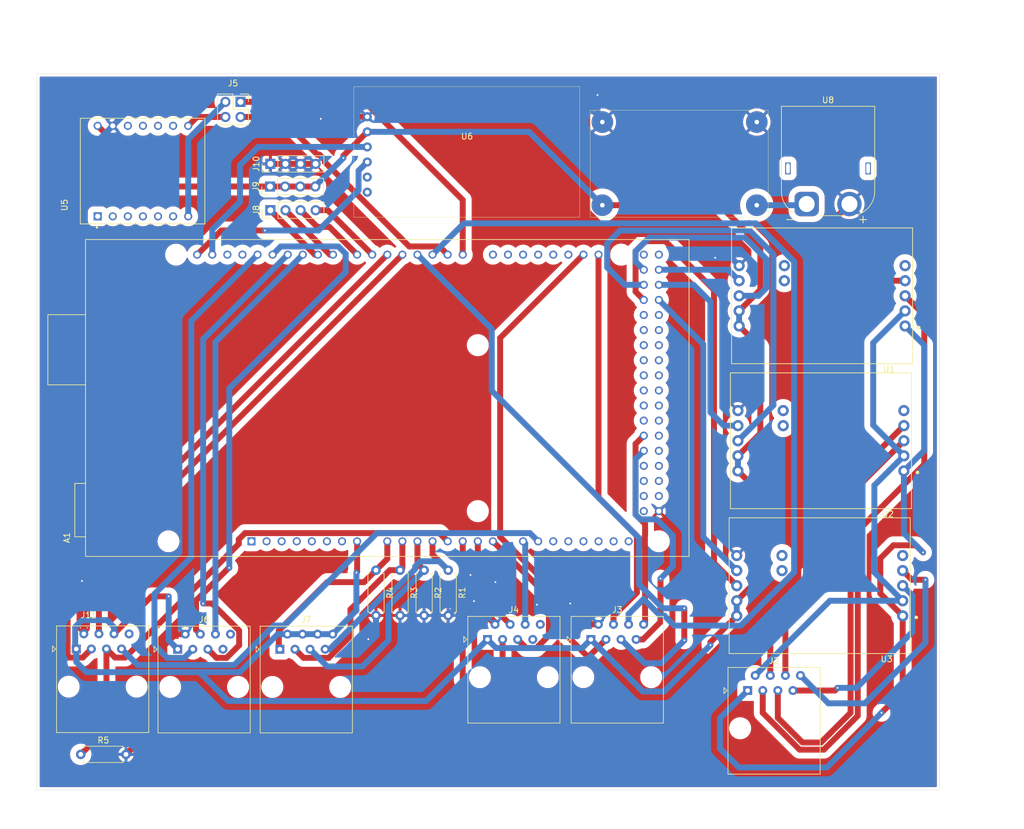
<source format=kicad_pcb>
(kicad_pcb (version 20241229) (generator "pcbnew") (generator_version "9.0")
  (layers (0 "F.Cu" signal) (2 "B.Cu" signal) (13 "F.Paste" user) (15 "B.Paste" user) (5 "F.SilkS" user "F.Silkscreen") (7 "B.SilkS" user "B.Silkscreen") (1 "F.Mask" user) (3 "B.Mask" user) (25 "Edge.Cuts" user))
  (net 0 "")
  (net 1 "Red")
  (net 2 "W3")
  (net 3 "G3")
  (net 4 "W2")
  (net 5 "G2")
  (net 6 "W1")
  (net 7 "Black")
  (net 8 "G1")
  (net 9 "TILT_SCL")
  (net 10 "TILT_CTRL_2")
  (net 11 "5v_REG")
  (net 12 "TILT_CTRL_1")
  (net 13 "TILT_SDA")
  (net 14 "TILT_CTRL_4")
  (net 15 "TILT_CTRL_3")
  (net 16 "GND")
  (net 17 "MOTOR_3_CURRENT")
  (net 18 "MOTOR_1_CURRENT")
  (net 20 "MOTOR_2_CURRENT")
  (net 22 "MOTOR_4_CURRENT")
  (net 23 "RX")
  (net 24 "Net-(J5-Pin_2)")
  (net 25 "TX")
  (net 26 "Net-(J5-Pin_4)")
  (net 27 "MOTOR_2_RPM")
  (net 29 "MOTOR_3_RPM")
  (net 30 "MOTOR_1_RPM")
  (net 31 "MOTOR_4_RPM")
  (net 33 "TEMP_2_+")
  (net 34 "TEMP_3_+")
  (net 35 "TEMP_1_+")
  (net 36 "TEMP_4_+")
  (net 37 "ESC4")
  (net 38 "ESC1")
  (net 39 "ESC2")
  (net 40 "ESC3")
  (net 41 "ENGINE_CURRENT_OUTPUT")
  (net 42 "ENGINE_SERVO_CONTROL")
  (net 43 "ETEMP_+")
  (net 45 "Engine_RPM")
  (net 48 "D23")
  (net 50 "D22")
  (net 51 "D25")
  (net 53 "D24")
  (net 58 "D26")
  (net 60 "D27")
  (net 71 "SDA_RTC")
  (net 72 "SCL_RTC")
  (net 75 "Net-(U4-IN+)")
  (footprint "Resistor_THT:R_Axial_DIN0207_L6.3mm_D2.5mm_P7.62mm_Horizontal" (layer "F.Cu") (at 120.3 116.99 -90)
    (property "Reference" "R4")
    (property "Value" "R")
  )
  (footprint "SEN-13879:SPARKFUN_SEN-13879" (layer "F.Cu") (at 195.2 95.2 180)
    (property "Reference" "U2")
    (property "Value" "SEN-13879")
  )
  (footprint "ARDUINO_MEGA_2560_REV3_A000067 (1):ARDUINO_ARDUINO_MEGA_2560_REV3_A000067" (layer "F.Cu") (at 122.2 88 90)
    (property "Reference" "A1")
    (property "Value" "ARDUINO_MEGA_2560_REV3_A000067")
  )
  (footprint "SEN-13879:SPARKFUN_SEN-13879" (layer "F.Cu") (at 195 119.6 180)
    (property "Reference" "U3")
    (property "Value" "SEN-13879")
  )
  (footprint "Resistor_THT:R_Axial_DIN0207_L6.3mm_D2.5mm_P7.62mm_Horizontal" (layer "F.Cu") (at 132.45 116.99 -90)
    (property "Reference" "R1")
    (property "Value" "R")
  )
  (footprint "113991054:MODULE_113991054" (layer "F.Cu") (at 81 49.8 90)
    (property "Reference" "U5")
    (property "Value" "~")
  )
  (footprint "Connector_PinHeader_2.54mm:PinHeader_1x04_P2.54mm_Vertical" (layer "F.Cu") (at 102.52 48.59 90)
    (property "Reference" "J10")
    (property "Value" "MOT_C_GND")
  )
  (footprint "SEN-13879:SPARKFUN_SEN-13879" (layer "F.Cu") (at 195.4 70.8 180)
    (property "Reference" "U1")
    (property "Value" "SEN-13879")
  )
  (footprint "Resistor_THT:R_Axial_DIN0207_L6.3mm_D2.5mm_P7.62mm_Horizontal" (layer "F.Cu") (at 124.35 116.99 -90)
    (property "Reference" "R3")
    (property "Value" "R")
  )
  (footprint "Connector_RJ:RJ45_Amphenol_54602-x08_Horizontal" (layer "F.Cu") (at 139.07 128.65)
    (property "Reference" "J4")
    (property "Value" "MOTOR currents")
  )
  (footprint "Connector_AMASS:AMASS_XT60PW-M_1x02_P7.20mm_Horizontal" (layer "F.Cu") (at 192.8 55.35)
    (property "Reference" "U8")
    (property "Value" "~")
  )
  (footprint "iot_board:rtcModule" (layer "F.Cu") (at 135.575 45.775)
    (property "Reference" "U6")
    (property "Value" "~")
  )
  (footprint "Resistor_THT:R_Axial_DIN0207_L6.3mm_D2.5mm_P7.62mm_Horizontal" (layer "F.Cu") (at 128.4 116.99 -90)
    (property "Reference" "R2")
    (property "Value" "R")
  )
  (footprint "Connector_PinHeader_2.54mm:PinHeader_1x04_P2.54mm_Vertical" (layer "F.Cu") (at 102.52 56.39 90)
    (property "Reference" "J8")
    (property "Value" "MOT_C_SIG")
  )
  (footprint "Resistor_THT:R_Axial_DIN0207_L6.3mm_D2.5mm_P7.62mm_Horizontal" (layer "F.Cu") (at 70.59 148)
    (property "Reference" "R5")
    (property "Value" "R")
  )
  (footprint "Connector_PinSocket_2.54mm:PinSocket_2x02_P2.54mm_Vertical" (layer "F.Cu") (at 97.49 38.15)
    (property "Reference" "J5")
    (property "Value" "UART")
  )
  (footprint "Connector_PinHeader_2.54mm:PinHeader_1x04_P2.54mm_Vertical" (layer "F.Cu") (at 102.46 52.4 90)
    (property "Reference" "J9")
    (property "Value" "MOT_C_VCC")
  )
  (footprint "Connector_RJ:RJ45_Amphenol_54602-x08_Horizontal" (layer "F.Cu") (at 104.1175 130.3)
    (property "Reference" "J7")
    (property "Value" "MOTOR TEMP")
  )
  (footprint "iot_board:Untitled" (layer "F.Cu") (at 171 49.2)
    (property "Reference" "U4" (hide yes))
    (property "Value" "~" (hide yes))
  )
  (footprint "Connector_RJ:RJ45_Amphenol_54602-x08_Horizontal" (layer "F.Cu") (at 182.87 137.25)
    (property "Reference" "J2")
    (property "Value" "LOADCELL SECTION")
  )
  (footprint "Connector_RJ:RJ45_Amphenol_54602-x08_Horizontal" (layer "F.Cu") (at 86.9175 130.3)
    (property "Reference" "J6")
    (property "Value" "MOTOR RPM")
  )
  (footprint "Connector_RJ:RJ45_Amphenol_54602-x08_Horizontal" (layer "F.Cu") (at 69.84 130.25)
    (property "Reference" "J11")
    (property "Value" "ECU")
  )
  (footprint "Connector_RJ:RJ45_Amphenol_54602-x08_Horizontal" (layer "F.Cu") (at 156.47 128.65)
    (property "Reference" "J3")
    (property "Value" "WING TILT")
  )
  (gr_rect (start 63.2 33.4) (end 215.2 154) (stroke (width 0.05)) (fill no) (layer "Edge.Cuts"))
  (segment (start 207.4 112.8) (end 205.2 115) (width 1) (layer "F.Cu") (net 1))
  (segment (start 211.2 112.8) (end 207.4 112.8) (width 1) (layer "F.Cu") (net 1))
  (segment (start 205.2 115) (end 205.2 120.91) (width 1) (layer "F.Cu") (net 1))
  (segment (start 205.2 120.91) (end 208.97 124.68) (width 1) (layer "F.Cu") (net 1))
  (segment (start 212.4 114) (end 211.2 112.8) (width 1) (layer "F.Cu") (net 1))
  (segment (start 205.4 141) (end 208.97 137.43) (width 1) (layer "F.Cu") (net 1))
  (segment (start 208.97 137.43) (end 208.97 124.68) (width 1) (layer "F.Cu") (net 1))
  (via (at 212.4 114) (size 0.6) (drill 0.3) (layers "F.Cu" "B.Cu") (net 1))
  (via (at 205.4 141) (size 0.6) (drill 0.3) (layers "F.Cu" "B.Cu") (net 1))
  (segment (start 182.87 137.25) (end 178.2 141.92) (width 1) (layer "B.Cu") (net 1))
  (segment (start 178.2 147) (end 181.4 150.2) (width 1) (layer "B.Cu") (net 1))
  (segment (start 178.2 141.92) (end 178.2 147) (width 1) (layer "B.Cu") (net 1))
  (segment (start 209.17 110.77) (end 212.4 114) (width 1) (layer "B.Cu") (net 1))
  (segment (start 209.37 75.88) (end 212.6 79.11) (width 1) (layer "B.Cu") (net 1))
  (segment (start 186.6 150.2) (end 196.2 150.2) (width 1) (layer "B.Cu") (net 1))
  (segment (start 196.2 150.2) (end 205.4 141) (width 1) (layer "B.Cu") (net 1))
  (segment (start 212.6 96.85) (end 209.17 100.28) (width 1) (layer "B.Cu") (net 1))
  (segment (start 209.17 100.28) (end 209.17 110.77) (width 1) (layer "B.Cu") (net 1))
  (segment (start 181.4 150.2) (end 186.6 150.2) (width 1) (layer "B.Cu") (net 1))
  (segment (start 212.6 79.11) (end 212.6 96.85) (width 1) (layer "B.Cu") (net 1))
  (segment (start 197.55 137.25) (end 198 136.8) (width 1) (layer "F.Cu") (net 2))
  (segment (start 190.49 137.25) (end 197.55 137.25) (width 1) (layer "F.Cu") (net 2))
  (via (at 198 136.8) (size 0.6) (drill 0.3) (layers "F.Cu" "B.Cu") (net 2))
  (segment (start 198 136.8) (end 201.2 136.8) (width 1) (layer "B.Cu") (net 2))
  (segment (start 210.6108 121.2408) (end 208.97 119.6) (width 1) (layer "B.Cu") (net 2))
  (segment (start 210.6108 127.3892) (end 210.6108 121.2408) (width 1) (layer "B.Cu") (net 2))
  (segment (start 201.2 136.8) (end 210.6108 127.3892) (width 1) (layer "B.Cu") (net 2))
  (segment (start 212.8 118.6) (end 210.51 118.6) (width 1) (layer "F.Cu") (net 3))
  (segment (start 210.51 118.6) (end 208.97 117.06) (width 1) (layer "F.Cu") (net 3))
  (via (at 212.8 118.6) (size 0.6) (drill 0.3) (layers "F.Cu" "B.Cu") (net 3))
  (segment (start 212.8 129.2) (end 212.8 118.6) (width 1) (layer "B.Cu") (net 3))
  (segment (start 202.6 139.4) (end 212.8 129.2) (width 1) (layer "B.Cu") (net 3))
  (segment (start 196.45 139.4) (end 202.6 139.4) (width 1) (layer "B.Cu") (net 3))
  (segment (start 191.76 134.71) (end 196.45 139.4) (width 1) (layer "B.Cu") (net 3))
  (segment (start 192.105184 146) (end 187.95 141.844816) (width 1) (layer "F.Cu") (net 4))
  (segment (start 200.2 104.17) (end 200.2 141) (width 1) (layer "F.Cu") (net 4))
  (segment (start 187.95 141.844816) (end 187.95 137.25) (width 1) (layer "F.Cu") (net 4))
  (segment (start 209.17 95.2) (end 200.2 104.17) (width 1) (layer "F.Cu") (net 4))
  (segment (start 200.2 141) (end 195.2 146) (width 1) (layer "F.Cu") (net 4))
  (segment (start 195.2 146) (end 192.105184 146) (width 1) (layer "F.Cu") (net 4))
  (segment (start 195.2 120.8) (end 195.2 106.63) (width 1) (layer "F.Cu") (net 5))
  (segment (start 189.22 126.78) (end 195.2 120.8) (width 1) (layer "F.Cu") (net 5))
  (segment (start 195.2 106.63) (end 209.17 92.66) (width 1) (layer "F.Cu") (net 5))
  (segment (start 189.22 134.71) (end 189.22 126.78) (width 1) (layer "F.Cu") (net 5))
  (segment (start 212.6 99.170442) (end 212.6 74.03) (width 1) (layer "F.Cu") (net 6))
  (segment (start 185.41 137.25) (end 185.41 141.003286) (width 1) (layer "F.Cu") (net 6))
  (segment (start 195.69747 147.201) (end 201.401 141.49747) (width 1) (layer "F.Cu") (net 6))
  (segment (start 212.6 74.03) (end 209.37 70.8) (width 1) (layer "F.Cu") (net 6))
  (segment (start 201.401 110.369442) (end 212.6 99.170442) (width 1) (layer "F.Cu") (net 6))
  (segment (start 191.607714 147.201) (end 195.69747 147.201) (width 1) (layer "F.Cu") (net 6))
  (segment (start 201.401 141.49747) (end 201.401 110.369442) (width 1) (layer "F.Cu") (net 6))
  (segment (start 185.41 141.003286) (end 191.607714 147.201) (width 1) (layer "F.Cu") (net 6))
  (segment (start 204.2 117.37) (end 208.97 122.14) (width 1) (layer "B.Cu") (net 7))
  (segment (start 196.71 122.14) (end 208.97 122.14) (width 1) (layer "B.Cu") (net 7))
  (segment (start 209.37 73.34) (end 204 78.71) (width 1) (layer "B.Cu") (net 7))
  (segment (start 204 78.71) (end 204 92.57) (width 1) (layer "B.Cu") (net 7))
  (segment (start 204 92.57) (end 209.17 97.74) (width 1) (layer "B.Cu") (net 7))
  (segment (start 209.17 97.74) (end 204.2 102.71) (width 1) (layer "B.Cu") (net 7))
  (segment (start 184.14 134.71) (end 196.71 122.14) (width 1) (layer "B.Cu") (net 7))
  (segment (start 204.2 102.71) (end 204.2 117.37) (width 1) (layer "B.Cu") (net 7))
  (segment (start 186.68 126.72) (end 186.68 134.71) (width 1) (layer "F.Cu") (net 8))
  (segment (start 205.94 68.26) (end 193.4 80.8) (width 1) (layer "F.Cu") (net 8))
  (segment (start 193.4 120) (end 186.68 126.72) (width 1) (layer "F.Cu") (net 8))
  (segment (start 193.4 80.8) (end 193.4 120) (width 1) (layer "F.Cu") (net 8))
  (segment (start 209.37 68.26) (end 205.94 68.26) (width 1) (layer "F.Cu") (net 8))
  (segment (start 160.28 124.72) (end 164.22 120.78) (width 1) (layer "F.Cu") (net 9))
  (segment (start 164.22 120.78) (end 164.22 111.22) (width 1) (layer "F.Cu") (net 9))
  (segment (start 164.22 111.22) (end 157.76 104.76) (width 1) (layer "F.Cu") (net 9))
  (segment (start 157.76 104.76) (end 157.76 63.87) (width 1) (layer "F.Cu") (net 9))
  (segment (start 160.28 126.11) (end 160.28 124.72) (width 1) (layer "F.Cu") (net 9))
  (segment (start 190.6908 65.040358) (end 184.249442 58.599) (width 1) (layer "B.Cu") (net 10))
  (segment (start 168.10253 124.601) (end 168.800999 124.600999) (width 1) (layer "B.Cu") (net 10))
  (segment (start 162.82 124.38) (end 165.350765 121.849235) (width 1) (layer "B.Cu") (net 10))
  (segment (start 162.82 126.11) (end 162.82 124.38) (width 1) (layer "B.Cu") (net 10))
  (segment (start 135.091 58.599) (end 129.82 63.87) (width 1) (layer "B.Cu") (net 10))
  (segment (start 168.800999 124.600999) (end 170.5208 126.3208) (width 1) (layer "B.Cu") (net 10))
  (segment (start 165.350765 121.849235) (end 168.10253 124.601) (width 1) (layer "B.Cu") (net 10))
  (segment (start 170.5208 126.3208) (end 181.709642 126.3208) (width 1) (layer "B.Cu") (net 10))
  (segment (start 181.709642 126.3208) (end 190.6908 117.339642) (width 1) (layer "B.Cu") (net 10))
  (segment (start 190.6908 117.339642) (end 190.6908 65.040358) (width 1) (layer "B.Cu") (net 10))
  (segment (start 184.249442 58.599) (end 135.091 58.599) (width 1) (layer "B.Cu") (net 10))
  (segment (start 184.4 118.77) (end 181.03 122.14) (width 1) (layer "F.Cu") (net 11))
  (segment (start 73.4435 42.18) (end 83.6635 52.4) (width 1) (layer "F.Cu") (net 11))
  (segment (start 83.6635 52.4) (end 102.46 52.4) (width 1) (layer "F.Cu") (net 11))
  (segment (start 181.23 100.28) (end 184.4 103.45) (width 1) (layer "F.Cu") (net 11))
  (segment (start 176.6 129.11) (end 181.03 124.68) (width 1) (layer "F.Cu") (net 11))
  (segment (start 117.12 117.28) (end 117 117.4) (width 1) (layer "F.Cu") (net 11))
  (segment (start 105 52.4) (end 107.54 52.4) (width 1) (layer "F.Cu") (net 11))
  (segment (start 178.1468 55.5468) (end 185 62.4) (width 1) (layer "F.Cu") (net 11))
  (segment (start 185 62.4) (end 185 69.77) (width 1) (layer "F.Cu") (net 11))
  (segment (start 185 93.97) (end 181.23 97.74) (width 1) (layer "F.Cu") (net 11))
  (segment (start 76.19 127.71) (end 82.5 121.4) (width 1) (layer "F.Cu") (net 11))
  (segment (start 114.8 47.22) (end 118.825 43.195) (width 1) (layer "F.Cu") (net 11))
  (segment (start 82.5 121.4) (end 85.4 121.4) (width 1) (layer "F.Cu") (net 11))
  (segment (start 158.405 55.5468) (end 178.1468 55.5468) (width 1) (layer "F.Cu") (net 11))
  (segment (start 102.46 52.4) (end 105 52.4) (width 1) (layer "F.Cu") (net 11))
  (segment (start 185 69.77) (end 181.43 73.34) (width 1) (layer "F.Cu") (net 11))
  (segment (start 181.43 75.88) (end 185 79.45) (width 1) (layer "F.Cu") (net 11))
  (segment (start 117.12 112.13) (end 117.12 117.28) (width 1) (layer "F.Cu") (net 11))
  (segment (start 114.8 47.6) (end 114.8 47.22) (width 1) (layer "F.Cu") (net 11))
  (segment (start 107.54 52.4) (end 110.08 52.4) (width 1) (layer "F.Cu") (net 11))
  (segment (start 185 79.45) (end 185 93.97) (width 1) (layer "F.Cu") (net 11))
  (segment (start 184.4 103.45) (end 184.4 118.77) (width 1) (layer "F.Cu") (net 11))
  (segment (start 176.6 129.6) (end 176.6 129.11) (width 1) (layer "F.Cu") (net 11))
  (via (at 117 117.4) (size 0.6) (drill 0.3) (layers "F.Cu" "B.Cu") (net 11))
  (via (at 114.8 47.6) (size 0.6) (drill 0.3) (layers "F.Cu" "B.Cu") (net 11))
  (via (at 176.6 129.6) (size 0.6) (drill 0.3) (layers "F.Cu" "B.Cu") (net 11))
  (via (at 85.4 121.4) (size 0.6) (drill 0.3) (layers "F.Cu" "B.Cu") (net 11))
  (segment (start 110.08 52.4) (end 110.08 52.32) (width 1) (layer "B.Cu") (net 11))
  (segment (start 69.84 132.44) (end 69.84 130.25) (width 1) (layer "B.Cu") (net 11))
  (segment (start 117 117.4) (end 117 123.7675) (width 1) (layer "B.Cu") (net 11))
  (segment (start 117 123.7675) (end 113.0075 127.76) (width 1) (layer "B.Cu") (net 11))
  (segment (start 181.43 73.34) (end 181.43 75.88) (width 1) (layer "B.Cu") (net 11))
  (segment (start 85.4 128.7825) (end 86.9175 130.3) (width 1) (layer "B.Cu") (net 11))
  (segment (start 71.552999 134.152999) (end 69.84 132.44) (width 1) (layer "B.Cu") (net 11))
  (segment (start 140.521 130.101) (end 155.019 130.101) (width 1) (layer "B.Cu") (net 11))
  (segment (start 139.07 128.65) (end 140.521 130.101) (width 1) (layer "B.Cu") (net 11))
  (segment (start 155.019 130.101) (end 156.47 128.65) (width 1) (layer "B.Cu") (net 11))
  (segment (start 156.47 128.65) (end 165.22 137.4) (width 1) (layer "B.Cu") (net 11))
  (segment (start 95.448001 139.001) (end 90.6 134.152999) (width 1) (layer "B.Cu") (net 11))
  (segment (start 105.3875 127.76) (end 103.7555 127.76) (width 1) (layer "B.Cu") (net 11))
  (segment (start 100.85775 130.85775) (end 100.85775 130.65775) (width 1) (layer "B.Cu") (net 11))
  (segment (start 69.659 130.069) (end 69.659 126.541) (width 1) (layer "B.Cu") (net 11))
  (segment (start 165.22 137.4) (end 168.8 137.4) (width 1) (layer "B.Cu") (net 11))
  (segment (start 90.6 134.152999) (end 71.552999 134.152999) (width 1) (layer "B.Cu") (net 11))
  (segment (start 146.0532 43.195) (end 158.405 55.5468) (width 1) (layer "B.Cu") (net 11))
  (segment (start 76.19 126.59) (end 76.19 127.71) (width 1) (layer "B.Cu") (net 11))
  (segment (start 100.85775 130.65775) (end 97.362501 134.152999) (width 1) (layer "B.Cu") (net 11))
  (segment (start 110.4675 127.76) (end 113.0075 127.76) (width 1) (layer "B.Cu") (net 11))
  (segment (start 105.3875 127.76) (end 107.9275 127.76) (width 1) (layer "B.Cu") (net 11))
  (segment (start 69.84 130.25) (end 69.659 130.069) (width 1) (layer "B.Cu") (net 11))
  (segment (start 103.7555 127.76) (end 100.85775 130.65775) (width 1) (layer "B.Cu") (net 11))
  (segment (start 107.9275 127.76) (end 110.4675 127.76) (width 1) (layer "B.Cu") (net 11))
  (segment (start 75 125.4) (end 76.19 126.59) (width 1) (layer "B.Cu") (net 11))
  (segment (start 85.4 121.4) (end 85.4 128.7825) (width 1) (layer "B.Cu") (net 11))
  (segment (start 118.825 43.195) (end 146.0532 43.195) (width 1) (layer "B.Cu") (net 11))
  (segment (start 110.08 52.32) (end 114.8 47.6) (width 1) (layer "B.Cu") (net 11))
  (segment (start 181.03 122.14) (end 181.03 124.68) (width 1) (layer "B.Cu") (net 11))
  (segment (start 69.659 126.541) (end 70.8 125.4) (width 1) (layer "B.Cu") (net 11))
  (segment (start 139.07 128.65) (end 128.719 139.001) (width 1) (layer "B.Cu") (net 11))
  (segment (start 128.719 139.001) (end 95.448001 139.001) (width 1) (layer "B.Cu") (net 11))
  (segment (start 97.362501 134.152999) (end 90.6 134.152999) (width 1) (layer "B.Cu") (net 11))
  (segment (start 181.23 97.74) (end 181.23 100.28) (width 1) (layer "B.Cu") (net 11))
  (segment (start 70.8 125.4) (end 75 125.4) (width 1) (layer "B.Cu") (net 11))
  (segment (start 168.8 137.4) (end 176.6 129.6) (width 1) (layer "B.Cu") (net 11))
  (segment (start 172.2 128.8) (end 172.2 123.4) (width 1) (layer "F.Cu") (net 12))
  (via (at 172.2 128.8) (size 0.6) (drill 0.3) (layers "F.Cu" "B.Cu") (net 12))
  (via (at 172.2 123.4) (size 0.6) (drill 0.3) (layers "F.Cu" "B.Cu") (net 12))
  (segment (start 168.351 132.649) (end 172.2 128.8) (width 1) (layer "B.Cu") (net 12))
  (segment (start 139.791 86.791) (end 139.791 76.381) (width 1) (layer "B.Cu") (net 12))
  (segment (start 139.791 76.381) (end 127.28 63.87) (width 1) (layer "B.Cu") (net 12))
  (segment (start 168.6 123.4) (end 164.6 119.4) (width 1) (layer "B.Cu") (net 12))
  (segment (start 164.6 119.4) (end 164.6 111.6) (width 1) (layer "B.Cu") (net 12))
  (segment (start 161.55 128.65) (end 165.549 132.649) (width 1) (layer "B.Cu") (net 12))
  (segment (start 165.549 132.649) (end 168.351 132.649) (width 1) (layer "B.Cu") (net 12))
  (segment (start 172.2 123.4) (end 168.6 123.4) (width 1) (layer "B.Cu") (net 12))
  (segment (start 164.6 111.6) (end 139.791 86.791) (width 1) (layer "B.Cu") (net 12))
  (segment (start 150.612 120.812) (end 141.2 111.4) (width 1) (layer "F.Cu") (net 13))
  (segment (start 141.2 111.4) (end 141.2 77.89) (width 1) (layer "F.Cu") (net 13))
  (segment (start 156.06 131.6) (end 156 131.6) (width 1) (layer "F.Cu") (net 13))
  (segment (start 159.01 128.65) (end 156.06 131.6) (width 1) (layer "F.Cu") (net 13))
  (segment (start 150.612 126.212) (end 150.612 120.812) (width 1) (layer "F.Cu") (net 13))
  (segment (start 156 131.6) (end 150.612 126.212) (width 1) (layer "F.Cu") (net 13))
  (segment (start 141.2 77.89) (end 155.22 63.87) (width 1) (layer "F.Cu") (net 13))
  (segment (start 165.6 125.87) (end 165.6 113.134816) (width 1) (layer "F.Cu") (net 14))
  (segment (start 165.569 111.156184) (end 165.6 111.125184) (width 1) (layer "F.Cu") (net 14))
  (segment (start 164 95.73) (end 165.38 94.35) (width 1) (layer "F.Cu") (net 14))
  (segment (start 165.36 126.11) (end 165.6 125.87) (width 1) (layer "F.Cu") (net 14))
  (segment (start 165.569 113.103816) (end 165.569 111.156184) (width 1) (layer "F.Cu") (net 14))
  (segment (start 165.6 113.134816) (end 165.569 113.103816) (width 1) (layer "F.Cu") (net 14))
  (segment (start 164 107.621615) (end 164 95.73) (width 1) (layer "F.Cu") (net 14))
  (segment (start 165.6 111.125184) (end 165.6 109.221615) (width 1) (layer "F.Cu") (net 14))
  (segment (start 165.6 109.221615) (end 164 107.621615) (width 1) (layer "F.Cu") (net 14))
  (segment (start 165.25153 128.65) (end 168.2 125.70153) (width 1) (layer "F.Cu") (net 15))
  (segment (start 164.09 128.65) (end 165.25153 128.65) (width 1) (layer "F.Cu") (net 15))
  (segment (start 168.2 125.70153) (end 168.2 118.4) (width 1) (layer "F.Cu") (net 15))
  (via (at 168.2 118.4) (size 0.6) (drill 0.3) (layers "F.Cu" "B.Cu") (net 15))
  (segment (start 170.271 111.156184) (end 167.544816 108.43) (width 1) (layer "B.Cu") (net 15))
  (segment (start 168.2 118.4) (end 170.271 116.329) (width 1) (layer "B.Cu") (net 15))
  (segment (start 164.808385 108.43) (end 164 107.621615) (width 1) (layer "B.Cu") (net 15))
  (segment (start 167.544816 108.43) (end 164.808385 108.43) (width 1) (layer "B.Cu") (net 15))
  (segment (start 170.271 116.329) (end 170.271 111.156184) (width 1) (layer "B.Cu") (net 15))
  (segment (start 164 98.27) (end 165.38 96.89) (width 1) (layer "B.Cu") (net 15))
  (segment (start 164 107.621615) (end 164 98.27) (width 1) (layer "B.Cu") (net 15))
  (segment (start 86.5555 127.76) (end 83.2965 131.019) (width 1) (layer "F.Cu") (net 16))
  (segment (start 159.695036 60.399) (end 155.88617 56.590134) (width 1) (layer "F.Cu") (net 16))
  (segment (start 83.2965 142.9135) (end 78.21 148) (width 1) (layer "F.Cu") (net 16))
  (segment (start 88.1875 127.76) (end 86.5555 127.76) (width 1) (layer "F.Cu") (net 16))
  (segment (start 167.629443 140.400999) (end 192.199 115.831442) (width 1) (layer "F.Cu") (net 16))
  (segment (start 136.2 121.97) (end 140.34 126.11) (width 1) (layer "F.Cu") (net 16))
  (segment (start 83.2965 131.019) (end 83.2965 142.9135) (width 1) (layer "F.Cu") (net 16))
  (segment (start 136.2 117.8) (end 136.2 121.97) (width 1) (layer "F.Cu") (net 16))
  (segment (start 140.34 125.74) (end 136.8 122.2) (width 1) (layer "F.Cu") (net 16))
  (segment (start 157.74 126.11) (end 156.51 126.11) (width 1) (layer "F.Cu") (net 16))
  (segment (start 102.52 48.59) (end 105.06 48.59) (width 1) (layer "F.Cu") (net 16))
  (segment (start 144.2 122.8) (end 140.4 119) (width 1) (layer "F.Cu") (net 16))
  (segment (start 147.4 122.8) (end 144.2 122.8) (width 1) (layer "F.Cu") (net 16))
  (segment (start 71.11 119.11) (end 70.8 118.8) (width 1) (layer "F.Cu") (net 16))
  (segment (start 107.6 48.59) (end 110.14 48.59) (width 1) (layer "F.Cu") (net 16))
  (segment (start 192.199 115.831442) (end 192.199 63.151) (width 1) (layer "F.Cu") (net 16))
  (segment (start 118.825 40.655) (end 111.345 40.655) (width 1) (layer "F.Cu") (net 16))
  (segment (start 130.800999 140.400999) (end 167.629443 140.400999) (width 1) (layer "F.Cu") (net 16))
  (segment (start 177.4 64.4) (end 173.399 60.399) (width 1) (layer "F.Cu") (net 16))
  (segment (start 140.34 126.11) (end 140.34 125.74) (width 1) (layer "F.Cu") (net 16))
  (segment (start 119 128.6) (end 130.800999 140.400999) (width 1) (layer "F.Cu") (net 16))
  (segment (start 192.199 63.151) (end 200 55.35) (width 1) (layer "F.Cu") (net 16))
  (segment (start 173.399 60.399) (end 159.695036 60.399) (width 1) (layer "F.Cu") (net 16))
  (segment (start 105.06 48.59) (end 107.6 48.59) (width 1) (layer "F.Cu") (net 16))
  (segment (start 111.345 40.655) (end 111 41) (width 1) (layer "F.Cu") (net 16))
  (segment (start 156.51 126.11) (end 153 122.6) (width 1) (layer "F.Cu") (net 16))
  (segment (start 155.88617 56.590134) (end 155.88617 38.71383) (width 1) (layer "F.Cu") (net 16))
  (segment (start 155.88617 38.71383) (end 157.6 37) (width 1) (layer "F.Cu") (net 16))
  (segment (start 71.11 127.71) (end 71.11 119.11) (width 1) (layer "F.Cu") (net 16))
  (via (at 147.4 122.8) (size 0.6) (drill 0.3) (layers "F.Cu" "B.Cu") (net 16))
  (via (at 70.8 118.8) (size 0.6) (drill 0.3) (layers "F.Cu" "B.Cu") (net 16))
  (via (at 140.4 119) (size 0.6) (drill 0.3) (layers "F.Cu" "B.Cu") (net 16))
  (via (at 111 41) (size 0.6) (drill 0.3) (layers "F.Cu" "B.Cu") (net 16))
  (via (at 157.6 37) (size 0.6) (drill 0.3) (layers "F.Cu" "B.Cu") (net 16))
  (via (at 136.8 122.2) (size 0.6) (drill 0.3) (layers "F.Cu" "B.Cu") (net 16))
  (via (at 119 128.6) (size 0.6) (drill 0.3) (layers "F.Cu" "B.Cu") (net 16))
  (via (at 153 122.6) (size 0.6) (drill 0.3) (layers "F.Cu" "B.Cu") (net 16))
  (via (at 136.2 117.8) (size 0.6) (drill 0.3) (layers "F.Cu" "B.Cu") (net 16))
  (via (at 177.4 64.4) (size 0.6) (drill 0.3) (layers "F.Cu" "B.Cu") (net 16))
  (segment (start 70.8 47.3635) (end 75.9835 42.18) (width 1) (layer "B.Cu") (net 16))
  (segment (start 120.3 127.3) (end 119 128.6) (width 1) (layer "B.Cu") (net 16))
  (segment (start 106.6 36.6) (end 81.5635 36.6) (width 1) (layer "B.Cu") (net 16))
  (segment (start 70.8 118.8) (end 70.8 47.3635) (width 1) (layer "B.Cu") (net 16))
  (segment (start 157.6 40.7418) (end 158.405 41.5468) (width 1) (layer "B.Cu") (net 16))
  (segment (start 134.86 122.2) (end 132.45 124.61) (width 1) (layer "B.Cu") (net 16))
  (segment (start 181.43 65.72) (end 180.11 64.4) (width 1) (layer "B.Cu") (net 16))
  (segment (start 147.6 122.6) (end 147.4 122.8) (width 1) (layer "B.Cu") (net 16))
  (segment (start 136.8 122.2) (end 134.86 122.2) (width 1) (layer "B.Cu") (net 16))
  (segment (start 140.4 119) (end 137.4 119) (width 1) (layer "B.Cu") (net 16))
  (segment (start 153 122.6) (end 147.6 122.6) (width 1) (layer "B.Cu") (net 16))
  (segment (start 111 41) (end 106.6 36.6) (width 1) (layer "B.Cu") (net 16))
  (segment (start 180.11 64.4) (end 177.4 64.4) (width 1) (layer "B.Cu") (net 16))
  (segment (start 81.5635 36.6) (end 75.9835 42.18) (width 1) (layer "B.Cu") (net 16))
  (segment (start 157.6 37) (end 157.6 40.7418) (width 1) (layer "B.Cu") (net 16))
  (segment (start 120.3 124.61) (end 120.3 127.3) (width 1) (layer "B.Cu") (net 16))
  (segment (start 137.4 119) (end 136.2 117.8) (width 1) (layer "B.Cu") (net 16))
  (segment (start 149.411 121.561) (end 139.98 112.13) (width 1) (layer "F.Cu") (net 17))
  (segment (start 147.291024 130.101) (end 149.411 127.981024) (width 1) (layer "F.Cu") (net 17))
  (segment (start 144.15 128.65) (end 145.601 130.101) (width 1) (layer "F.Cu") (net 17))
  (segment (start 149.411 127.981024) (end 149.411 121.561) (width 1) (layer "F.Cu") (net 17))
  (segment (start 145.601 130.101) (end 147.291024 130.101) (width 1) (layer "F.Cu") (net 17))
  (segment (start 134.9 112.13) (end 134.9 135.5) (width 1) (layer "F.Cu") (net 18))
  (segment (start 141.61 136.39) (end 141.61 128.65) (width 1) (layer "F.Cu") (net 18))
  (segment (start 138.8 139.2) (end 141.61 136.39) (width 1) (layer "F.Cu") (net 18))
  (segment (start 134.9 135.5) (end 138.6 139.2) (width 1) (layer "F.Cu") (net 18))
  (segment (start 138.6 139.2) (end 138.8 139.2) (width 1) (layer "F.Cu") (net 18))
  (segment (start 137.44 120.67) (end 142.88 126.11) (width 1) (layer "F.Cu") (net 20))
  (segment (start 137.44 112.13) (end 137.44 120.67) (width 1) (layer "F.Cu") (net 20))
  (segment (start 145.42 126.11) (end 145.42 112.49) (width 1) (layer "B.Cu") (net 22))
  (segment (start 145.42 112.49) (end 145.06 112.13) (width 1) (layer "B.Cu") (net 22))
  (segment (start 97.49 40.69) (end 104.091005 40.69) (width 1) (layer "F.Cu") (net 23))
  (segment (start 110.782446 47.039) (end 111.691 47.947554) (width 1) (layer "F.Cu") (net 23))
  (segment (start 104.091005 40.69) (end 110.440005 47.039) (width 1) (layer "F.Cu") (net 23))
  (segment (start 111.691 48.289995) (end 125.891005 62.49) (width 1) (layer "F.Cu") (net 23))
  (segment (start 130.98 62.49) (end 132.36 63.87) (width 1) (layer "F.Cu") (net 23))
  (segment (start 110.440005 47.039) (end 110.782446 47.039) (width 1) (layer "F.Cu") (net 23))
  (segment (start 111.691 47.947554) (end 111.691 48.289995) (width 1) (layer "F.Cu") (net 23))
  (segment (start 125.891005 62.49) (end 130.98 62.49) (width 1) (layer "F.Cu") (net 23))
  (segment (start 94.95 38.15) (end 88.6835 44.4165) (width 1) (layer "B.Cu") (net 24))
  (segment (start 88.6835 44.4165) (end 88.6835 57.42) (width 1) (layer "B.Cu") (net 24))
  (segment (start 97.49 38.15) (end 118.388995 38.15) (width 1) (layer "F.Cu") (net 25))
  (segment (start 118.388995 38.15) (end 134.9 54.661005) (width 1) (layer "F.Cu") (net 25))
  (segment (start 134.9 54.661005) (end 134.9 63.87) (width 1) (layer "F.Cu") (net 25))
  (segment (start 94.95 40.69) (end 90.1735 40.69) (width 1) (layer "F.Cu") (net 26))
  (segment (start 90.1735 40.69) (end 88.6835 42.18) (width 1) (layer "F.Cu") (net 26))
  (segment (start 89.999 122.10253) (end 95.50153 116.6) (width 1) (layer "F.Cu") (net 27))
  (segment (start 90.7275 127.76) (end 89.999 127.0315) (width 1) (layer "F.Cu") (net 27))
  (segment (start 89.999 127.0315) (end 89.999 122.10253) (width 1) (layer "F.Cu") (net 27))
  (segment (start 95.50153 116.6) (end 95.6 116.6) (width 1) (layer "F.Cu") (net 27))
  (via (at 95.6 116.6) (size 0.6) (drill 0.3) (layers "F.Cu" "B.Cu") (net 27))
  (segment (start 115.2 66.8) (end 115.2 63.731192) (width 1) (layer "B.Cu") (net 27))
  (segment (start 113.958808 62.49) (end 104.276 62.49) (width 1) (layer "B.Cu") (net 27))
  (segment (start 95.6 116.6) (end 95.6 86.4) (width 1) (layer "B.Cu") (net 27))
  (segment (start 115.2 63.731192) (end 113.958808 62.49) (width 1) (layer "B.Cu") (net 27))
  (segment (start 104.276 62.49) (end 102.896 63.87) (width 1) (layer "B.Cu") (net 27))
  (segment (start 95.6 86.4) (end 115.2 66.8) (width 1) (layer "B.Cu") (net 27))
  (segment (start 92.699524 122.6) (end 97.2585 127.158976) (width 1) (layer "F.Cu") (net 29))
  (segment (start 97.2585 129.631024) (end 95.138524 131.751) (width 1) (layer "F.Cu") (net 29))
  (segment (start 97.2585 127.158976) (end 97.2585 129.631024) (width 1) (layer "F.Cu") (net 29))
  (segment (start 93.4485 131.751) (end 91.9975 130.3) (width 1) (layer "F.Cu") (net 29))
  (segment (start 95.138524 131.751) (end 93.4485 131.751) (width 1) (layer "F.Cu") (net 29))
  (segment (start 91.2 122.6) (end 92.699524 122.6) (width 1) (layer "F.Cu") (net 29))
  (via (at 91.2 122.6) (size 0.6) (drill 0.3) (layers "F.Cu" "B.Cu") (net 29))
  (segment (start 91.2 78.106) (end 91.2 122.6) (width 1) (layer "B.Cu") (net 29))
  (segment (start 105.436 63.87) (end 91.2 78.106) (width 1) (layer "B.Cu") (net 29))
  (segment (start 83 121) (end 89.2 114.8) (width 1) (layer "B.Cu") (net 30))
  (segment (start 89.4575 130.3) (end 88.0065 131.751) (width 1) (layer "B.Cu") (net 30))
  (segment (start 85.151 131.751) (end 83 129.6) (width 1) (layer "B.Cu") (net 30))
  (segment (start 88.0065 131.751) (end 85.151 131.751) (width 1) (layer "B.Cu") (net 30))
  (segment (start 83 129.6) (end 83 121) (width 1) (layer "B.Cu") (net 30))
  (segment (start 89.2 114.8) (end 89.2 75.026) (width 1) (layer "B.Cu") (net 30))
  (segment (start 89.2 75.026) (end 100.356 63.87) (width 1) (layer "B.Cu") (net 30))
  (segment (start 107.976 63.87) (end 93.2675 78.5785) (width 1) (layer "B.Cu") (net 31))
  (segment (start 93.2675 78.5785) (end 93.2675 127.76) (width 1) (layer "B.Cu") (net 31))
  (segment (start 122.61 116.99) (end 124.35 116.99) (width 1) (layer "F.Cu") (net 33))
  (segment (start 124.74 116.6) (end 124.35 116.99) (width 1) (layer "F.Cu") (net 33))
  (segment (start 108.1085 131.751) (end 112.338524 131.751) (width 1) (layer "F.Cu") (net 33))
  (segment (start 116 123.6) (end 122.61 116.99) (width 1) (layer "F.Cu") (net 33))
  (segment (start 112.338524 131.751) (end 116 128.089524) (width 1) (layer "F.Cu") (net 33))
  (segment (start 124.74 112.13) (end 124.74 116.6) (width 1) (layer "F.Cu") (net 33))
  (segment (start 106.6575 130.3) (end 108.1085 131.751) (width 1) (layer "F.Cu") (net 33))
  (segment (start 116 128.089524) (end 116 123.6) (width 1) (layer "F.Cu") (net 33))
  (segment (start 127.28 115.87) (end 128.4 116.99) (width 1) (layer "F.Cu") (net 34))
  (segment (start 127.28 112.13) (end 127.28 115.87) (width 1) (layer "F.Cu") (net 34))
  (segment (start 109.1975 130.3) (end 112.0975 133.2) (width 1) (layer "B.Cu") (net 34))
  (segment (start 118 133.2) (end 122.4 128.8) (width 1) (layer "B.Cu") (net 34))
  (segment (start 122.4 122.99) (end 128.4 116.99) (width 1) (layer "B.Cu") (net 34))
  (segment (start 112.0975 133.2) (end 118 133.2) (width 1) (layer "B.Cu") (net 34))
  (segment (start 122.4 128.8) (end 122.4 122.99) (width 1) (layer "B.Cu") (net 34))
  (segment (start 122.2 112.13) (end 122.2 115.09) (width 1) (layer "F.Cu") (net 35))
  (segment (start 122.2 115.09) (end 120.3 116.99) (width 1) (layer "F.Cu") (net 35))
  (segment (start 103.9365 130.119) (end 103.9365 127.158976) (width 1) (layer "F.Cu") (net 35))
  (segment (start 112.095476 119) (end 118.29 119) (width 1) (layer "F.Cu") (net 35))
  (segment (start 104.1175 130.3) (end 103.9365 130.119) (width 1) (layer "F.Cu") (net 35))
  (segment (start 103.9365 127.158976) (end 112.095476 119) (width 1) (layer "F.Cu") (net 35))
  (segment (start 118.29 119) (end 120.3 116.99) (width 1) (layer "F.Cu") (net 35))
  (segment (start 129.82 114.36) (end 132.45 116.99) (width 1) (layer "F.Cu") (net 36))
  (segment (start 129.82 112.13) (end 129.82 114.36) (width 1) (layer "F.Cu") (net 36))
  (segment (start 114.4585 128.361024) (end 114.4585 128.328765) (width 1) (layer "B.Cu") (net 36))
  (segment (start 113.608524 129.211) (end 114.4585 128.361024) (width 1) (layer "B.Cu") (net 36))
  (segment (start 112.487265 130.3) (end 113.576265 129.211) (width 1) (layer "B.Cu") (net 36))
  (segment (start 130.949 115.489) (end 132.45 116.99) (width 1) (layer "B.Cu") (net 36))
  (segment (start 121.987265 120.8) (end 122.89153 120.8) (width 1) (layer "B.Cu") (net 36))
  (segment (start 113.576265 129.211) (end 113.608524 129.211) (width 1) (layer "B.Cu") (net 36))
  (segment (start 126.899 116.79253) (end 126.899 116.368265) (width 1) (layer "B.Cu") (net 36))
  (segment (start 127.778265 115.489) (end 130.949 115.489) (width 1) (layer "B.Cu") (net 36))
  (segment (start 114.4585 128.328765) (end 121.987265 120.8) (width 1) (layer "B.Cu") (net 36))
  (segment (start 126.899 116.368265) (end 127.778265 115.489) (width 1) (layer "B.Cu") (net 36))
  (segment (start 122.89153 120.8) (end 126.899 116.79253) (width 1) (layer "B.Cu") (net 36))
  (segment (start 111.7375 130.3) (end 112.487265 130.3) (width 1) (layer "B.Cu") (net 36))
  (segment (start 112.18 56.39) (end 110.14 56.39) (width 1) (layer "F.Cu") (net 37))
  (segment (start 119.66 63.87) (end 112.18 56.39) (width 1) (layer "F.Cu") (net 37))
  (segment (start 110 63.87) (end 102.52 56.39) (width 1) (layer "F.Cu") (net 38))
  (segment (start 110.516 63.87) (end 110 63.87) (width 1) (layer "F.Cu") (net 38))
  (segment (start 112.54 63.87) (end 105.06 56.39) (width 1) (layer "F.Cu") (net 39))
  (segment (start 113.056 63.87) (end 112.54 63.87) (width 1) (layer "F.Cu") (net 39))
  (segment (start 112.45 59.2) (end 110.41 59.2) (width 1) (layer "F.Cu") (net 40))
  (segment (start 117.12 63.87) (end 112.45 59.2) (width 1) (layer "F.Cu") (net 40))
  (segment (start 110.41 59.2) (end 107.6 56.39) (width 1) (layer "F.Cu") (net 40))
  (segment (start 120.451615 110.75) (end 104.892615 126.309) (width 1) (layer "B.Cu") (net 41))
  (segment (start 80.162 132.952) (end 77.46 130.25) (width 1) (layer "B.Cu") (net 41))
  (segment (start 147.6 112.13) (end 146.22 110.75) (width 1) (layer "B.Cu") (net 41))
  (segment (start 146.22 110.75) (end 120.451615 110.75) (width 1) (layer "B.Cu") (net 41))
  (segment (start 104.892615 126.309) (end 103.091 126.309) (width 1) (layer "B.Cu") (net 41))
  (segment (start 96.448 132.952) (end 80.162 132.952) (width 1) (layer "B.Cu") (net 41))
  (segment (start 103.091 126.309) (end 96.448 132.952) (width 1) (layer "B.Cu") (net 41))
  (segment (start 68.389 117.681) (end 122.2 63.87) (width 1) (layer "F.Cu") (net 42))
  (segment (start 70.929 131.701) (end 68.389 131.701) (width 1) (layer "F.Cu") (net 42))
  (segment (start 68.389 131.701) (end 68.389 117.681) (width 1) (layer "F.Cu") (net 42))
  (segment (start 72.38 130.25) (end 70.929 131.701) (width 1) (layer "F.Cu") (net 42))
  (segment (start 97.2 112.562024) (end 97.2 111.8) (width 1) (layer "F.Cu") (net 43))
  (segment (start 98.25 110.75) (end 130.98 110.75) (width 1) (layer "F.Cu") (net 43))
  (segment (start 97.2 111.8) (end 98.25 110.75) (width 1) (layer "F.Cu") (net 43))
  (segment (start 130.98 110.75) (end 132.36 112.13) (width 1) (layer "F.Cu") (net 43))
  (segment (start 78.061024 131.701) (end 97.2 112.562024) (width 1) (layer "F.Cu") (net 43))
  (segment (start 74.92 130.25) (end 74.92 143.67) (width 1) (layer "F.Cu") (net 43))
  (segment (start 74.92 143.67) (end 70.59 148) (width 1) (layer "F.Cu") (net 43))
  (segment (start 76.371 131.701) (end 78.061024 131.701) (width 1) (layer "F.Cu") (net 43))
  (segment (start 74.92 130.25) (end 76.371 131.701) (width 1) (layer "F.Cu") (net 43))
  (segment (start 73.65 127.71) (end 73.65 114.96) (width 1) (layer "F.Cu") (net 45))
  (segment (start 73.65 114.96) (end 124.74 63.87) (width 1) (layer "F.Cu") (net 45))
  (segment (start 179.58 66.41) (end 181.43 68.26) (width 1) (layer "B.Cu") (net 48))
  (segment (start 167.92 66.41) (end 179.58 66.41) (width 1) (layer "B.Cu") (net 48))
  (segment (start 164 63.298385) (end 166.298385 61) (width 1) (layer "B.Cu") (net 50))
  (segment (start 166.298385 61) (end 182.4 61) (width 1) (layer "B.Cu") (net 50))
  (segment (start 186 69.5) (end 184.7 70.8) (width 1) (layer "B.Cu") (net 50))
  (segment (start 186 64.6) (end 186 69.5) (width 1) (layer "B.Cu") (net 50))
  (segment (start 184.7 70.8) (end 181.43 70.8) (width 1) (layer "B.Cu") (net 50))
  (segment (start 164 65.03) (end 164 63.298385) (width 1) (layer "B.Cu") (net 50))
  (segment (start 182.4 61) (end 186 64.6) (width 1) (layer "B.Cu") (net 50))
  (segment (start 165.38 66.41) (end 164 65.03) (width 1) (layer "B.Cu") (net 50))
  (segment (start 167.92 68.95) (end 173.75 68.95) (width 1) (layer "B.Cu") (net 51))
  (segment (start 176.6 90.4) (end 178.86 92.66) (width 1) (layer "B.Cu") (net 51))
  (segment (start 176.6 71.8) (end 176.6 90.4) (width 1) (layer "B.Cu") (net 51))
  (segment (start 173.75 68.95) (end 176.6 71.8) (width 1) (layer "B.Cu") (net 51))
  (segment (start 178.86 92.66) (end 181.23 92.66) (width 1) (layer "B.Cu") (net 51))
  (segment (start 187.2 63.8) (end 187.2 89.23) (width 1) (layer "B.Cu") (net 53))
  (segment (start 183.2 59.8) (end 187.2 63.8) (width 1) (layer "B.Cu") (net 53))
  (segment (start 159.219 66.019) (end 159.219 61.981) (width 1) (layer "B.Cu") (net 53))
  (segment (start 165.38 68.95) (end 162.15 68.95) (width 1) (layer "B.Cu") (net 53))
  (segment (start 161.4 59.8) (end 183.2 59.8) (width 1) (layer "B.Cu") (net 53))
  (segment (start 187.2 89.23) (end 181.23 95.2) (width 1) (layer "B.Cu") (net 53))
  (segment (start 162.15 68.95) (end 159.219 66.019) (width 1) (layer "B.Cu") (net 53))
  (segment (start 159.219 61.981) (end 161.4 59.8) (width 1) (layer "B.Cu") (net 53))
  (segment (start 177.2 69.8) (end 177.2 115.77) (width 1) (layer "F.Cu") (net 58))
  (segment (start 164 63.298385) (end 165.698385 61.6) (width 1) (layer "F.Cu") (net 58))
  (segment (start 177.2 115.77) (end 181.03 119.6) (width 1) (layer "F.Cu") (net 58))
  (segment (start 164 70.11) (end 164 63.298385) (width 1) (layer "F.Cu") (net 58))
  (segment (start 169 61.6) (end 177.2 69.8) (width 1) (layer "F.Cu") (net 58))
  (segment (start 165.38 71.49) (end 164 70.11) (width 1) (layer "F.Cu") (net 58))
  (segment (start 165.698385 61.6) (end 169 61.6) (width 1) (layer "F.Cu") (net 58))
  (segment (start 175.399 78.969) (end 175.399 111.429) (width 1) (layer "B.Cu") (net 60))
  (segment (start 175.399 111.429) (end 181.03 117.06) (width 1) (layer "B.Cu") (net 60))
  (segment (start 167.92 71.49) (end 175.399 78.969) (width 1) (layer "B.Cu") (net 60))
  (segment (start 92.736 59.664) (end 92.736 63.87) (width 1) (layer "B.Cu") (net 71))
  (segment (start 118.825 45.735) (end 100.465 45.735) (width 1) (layer "B.Cu") (net 71))
  (segment (start 97.4 55) (end 92.736 59.664) (width 1) (layer "B.Cu") (net 71))
  (segment (start 100.465 45.735) (end 97.4 48.8) (width 1) (layer "B.Cu") (net 71))
  (segment (start 97.4 48.8) (end 97.4 55) (width 1) (layer "B.Cu") (net 71))
  (segment (start 90.196 63.87) (end 94.266 59.8) (width 1) (layer "F.Cu") (net 72))
  (segment (start 94.266 59.8) (end 101.6 59.8) (width 1) (layer "F.Cu") (net 72))
  (via (at 101.6 59.8) (size 0.6) (drill 0.3) (layers "F.Cu" "B.Cu") (net 72))
  (segment (start 117.362 49.738) (end 118.825 48.275) (width 1) (layer "B.Cu") (net 72))
  (segment (start 110.6 59.8) (end 117.362 53.038) (width 1) (layer "B.Cu") (net 72))
  (segment (start 101.6 59.8) (end 110.6 59.8) (width 1) (layer "B.Cu") (net 72))
  (segment (start 117.362 53.038) (end 117.362 49.738) (width 1) (layer "B.Cu") (net 72))
  (segment (start 192.6032 55.5468) (end 192.8 55.35) (width 1) (layer "B.Cu") (net 75))
  (segment (start 184.405 55.5468) (end 192.6032 55.5468) (width 1) (layer "B.Cu") (net 75))
  (zone (net 16) (net_name "GND") (layers "F.Cu" "B.Cu") (connect_pads (clearance 1)) (min_thickness 0.25) (fill yes (thermal_gap 0.5) (thermal_bridge_width 0.5))
    (polygon (pts (xy 57 21.4) (xy 59.4 160.6) (xy 229.4 160) (xy 226.8 21)))
  )
)
</source>
